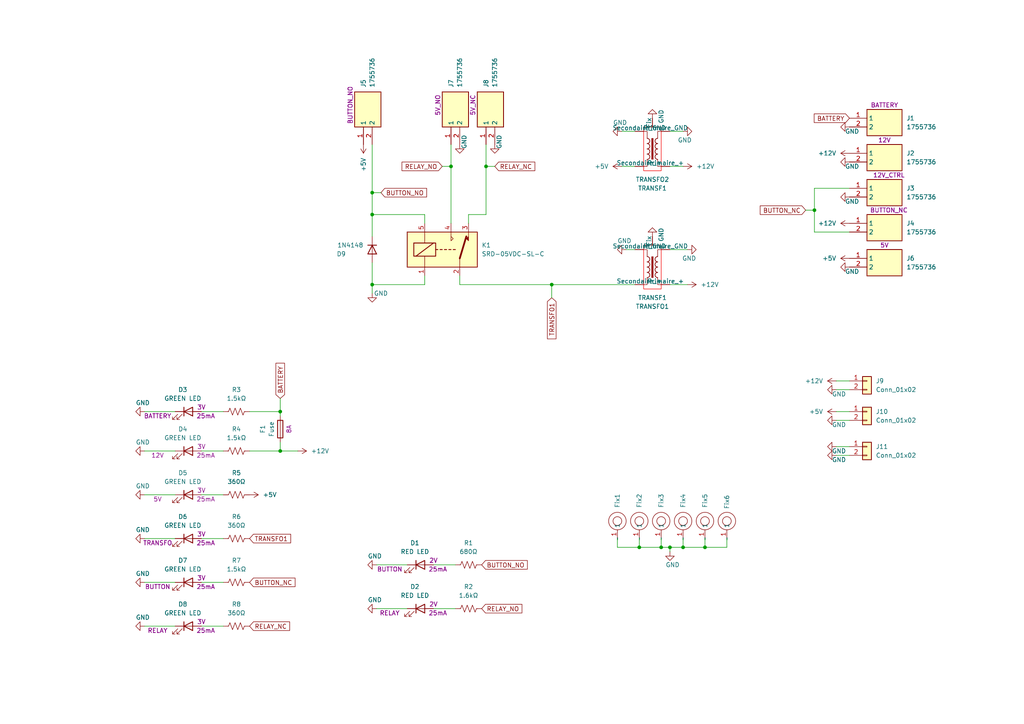
<source format=kicad_sch>
(kicad_sch (version 20230121) (generator eeschema)
  (paper "A4")
  (title_block (title "Carte de puissance") (date "2024-03-18") (rev "1.2") (company "Modelec"))
  (lib_symbols
    (symbol "Connector_Generic:Conn_01x02" (pin_names (offset 1.016) hide)
      (property "Reference" "J" (at 0 2.54 0))
      (property "Value" "Conn_01x02" (at 0 -5.08 0))
      (symbol "Conn_01x02_1_1"
        (rectangle (start -1.27 -2.413) (end 0 -2.667) (stroke (width 0.1524)))
        (rectangle (start -1.27 0.127) (end 0 -0.127) (stroke (width 0.1524)))
        (rectangle (start -1.27 1.27) (end 1.27 -3.81) (stroke (width 0.254)) (fill (type background)))
        (pin passive line (at -5.08 0 0) (length 3.81) (name "Pin_1") (number "1"))
        (pin passive line (at -5.08 -2.54 0) (length 3.81) (name "Pin_2") (number "2"))
      )
    )
    (symbol "Device:Fuse" (pin_numbers hide) (pin_names (offset 0))
      (property "Reference" "F" (at 2.032 0 90))
      (property "Value" "Fuse" (at -1.905 0 90))
      (symbol "Fuse_0_1"
        (rectangle (start -0.762 -2.54) (end 0.762 2.54) (stroke (width 0.254)))
        (polyline (pts (xy 0 2.54) (xy 0 -2.54)))
      )
      (symbol "Fuse_1_1"
        (pin passive line (at 0 3.81 270) (length 1.27) (name "~") (number "1"))
        (pin passive line (at 0 -3.81 90) (length 1.27) (name "~") (number "2"))
      )
    )
    (symbol "Device:LED" (pin_numbers hide) (pin_names (offset 1.016) hide)
      (property "Reference" "D" (at 0 2.54 0))
      (property "Value" "LED" (at 0 -2.54 0))
      (symbol "LED_0_1"
        (polyline (pts (xy -1.27 -1.27) (xy -1.27 1.27)) (stroke (width 0.254)))
        (polyline (pts (xy -1.27 0) (xy 1.27 0)))
        (polyline (pts (xy 1.27 -1.27) (xy 1.27 1.27) (xy -1.27 0) (xy 1.27 -1.27)) (stroke (width 0.254)))
        (polyline (pts (xy -3.048 -0.762) (xy -4.572 -2.286) (xy -3.81 -2.286) (xy -4.572 -2.286) (xy -4.572 -1.524)))
        (polyline (pts (xy -1.778 -0.762) (xy -3.302 -2.286) (xy -2.54 -2.286) (xy -3.302 -2.286) (xy -3.302 -1.524)))
      )
      (symbol "LED_1_1"
        (pin passive line (at -3.81 0 0) (length 2.54) (name "K") (number "1"))
        (pin passive line (at 3.81 0 180) (length 2.54) (name "A") (number "2"))
      )
    )
    (symbol "Device:R_US" (pin_numbers hide) (pin_names (offset 0))
      (property "Reference" "R" (at 2.54 0 90))
      (property "Value" "R_US" (at -2.54 0 90))
      (symbol "R_US_0_1"
        (polyline (pts (xy 0 -2.286) (xy 0 -2.54)))
        (polyline (pts (xy 0 2.286) (xy 0 2.54)))
        (polyline (pts (xy 0 -0.762) (xy 1.016 -1.143) (xy 0 -1.524) (xy -1.016 -1.905) (xy 0 -2.286)))
        (polyline (pts (xy 0 0.762) (xy 1.016 0.381) (xy 0 0) (xy -1.016 -0.381) (xy 0 -0.762)))
        (polyline (pts (xy 0 2.286) (xy 1.016 1.905) (xy 0 1.524) (xy -1.016 1.143) (xy 0 0.762)))
      )
      (symbol "R_US_1_1"
        (pin passive line (at 0 3.81 270) (length 1.27) (name "~") (number "1"))
        (pin passive line (at 0 -3.81 90) (length 1.27) (name "~") (number "2"))
      )
    )
    (symbol "Diode:1N4148" (pin_numbers hide) (pin_names hide)
      (property "Reference" "D" (at 0 2.54 0))
      (property "Value" "1N4148" (at 0 -2.54 0))
      (symbol "1N4148_0_1"
        (polyline (pts (xy -1.27 1.27) (xy -1.27 -1.27)) (stroke (width 0.254)))
        (polyline (pts (xy 1.27 0) (xy -1.27 0)))
        (polyline (pts (xy 1.27 1.27) (xy 1.27 -1.27) (xy -1.27 0) (xy 1.27 1.27)) (stroke (width 0.254)))
      )
      (symbol "1N4148_1_1"
        (pin passive line (at -3.81 0 0) (length 2.54) (name "K") (number "1"))
        (pin passive line (at 3.81 0 180) (length 2.54) (name "A") (number "2"))
      )
    )
    (symbol "New_Library:1755736"
      (property "Reference" "J" (at 16.51 7.62 0))
      (property "Value" "1755736" (at 16.51 5.08 0))
      (symbol "1755736_1_1"
        (rectangle (start 5.08 2.54) (end 15.24 -5.08) (stroke (width 0.254)) (fill (type background)))
        (pin passive line (at 0 0 0) (length 5.08) (name "1") (number "1"))
        (pin passive line (at 0 -2.54 0) (length 5.08) (name "2") (number "2"))
      )
    )
    (symbol "New_Library:FIX3.2P7.5"
      (property "Reference" "Fix" (at 0 -2.54 0))
      (symbol "FIX3.2P7.5_0_1"
        (circle (center 5.08 0) (radius 1.27))
        (circle (center 5.08 0) (radius 2.54))
      )
      (symbol "FIX3.2P7.5_1_1"
        (pin passive line (at 0 0 0) (length 2.54) (name "1") (number "1"))
      )
    )
    (symbol "New_Library:SRD-05VDC-SL-C"
      (property "Reference" "K" (at 11.43 3.81 0))
      (property "Value" "SRD-05VDC-SL-C" (at 11.43 1.27 0))
      (symbol "SRD-05VDC-SL-C_0_1"
        (rectangle (start -8.255 1.905) (end -1.905 -1.905) (stroke (width 0.254)))
        (polyline (pts (xy -7.62 -1.905) (xy -2.54 1.905)) (stroke (width 0.254)))
        (polyline (pts (xy -5.08 -5.08) (xy -5.08 -1.905)))
        (polyline (pts (xy -5.08 5.08) (xy -5.08 1.905)))
        (polyline (pts (xy -1.905 0) (xy -1.27 0)) (stroke (width 0.254)))
        (polyline (pts (xy -0.635 0) (xy 0 0)) (stroke (width 0.254)))
        (polyline (pts (xy 0.635 0) (xy 1.27 0)) (stroke (width 0.254)))
        (polyline (pts (xy 1.905 0) (xy 2.54 0)) (stroke (width 0.254)))
        (polyline (pts (xy 3.175 0) (xy 3.81 0)) (stroke (width 0.254)))
        (polyline (pts (xy 5.08 -2.54) (xy 5.08 -5.08)))
        (polyline (pts (xy 5.08 -2.54) (xy 6.985 3.81)) (stroke (width 0.508)))
      )
      (symbol "SRD-05VDC-SL-C_1_0"
        (polyline (pts (xy 7.62 5.08) (xy 7.62 2.54) (xy 6.985 3.175) (xy 7.62 3.81)) (fill (type outline)))
      )
      (symbol "SRD-05VDC-SL-C_1_1"
        (rectangle (start -10.16 5.08) (end 10.16 -5.08) (stroke (width 0.254)) (fill (type background)))
        (polyline (pts (xy 2.54 5.08) (xy 2.54 2.54) (xy 3.175 3.175) (xy 2.54 3.81)) (fill (type background)))
        (pin passive line (at -5.08 -7.62 90) (length 2.54) (name "~") (number "1"))
        (pin passive line (at 5.08 -7.62 90) (length 2.54) (name "~") (number "2"))
        (pin passive line (at 7.62 7.62 270) (length 2.54) (name "~") (number "3"))
        (pin passive line (at 2.54 7.62 270) (length 2.54) (name "~") (number "4"))
        (pin passive line (at -5.08 7.62 270) (length 2.54) (name "~") (number "5"))
      )
    )
    (symbol "New_Library:TRANSF1" (pin_numbers hide) (pin_names (offset 0))
      (property "Reference" "TRANSFO2" (at 0 11.43 0))
      (property "Value" "TRANSF1" (at 0 8.89 0))
      (symbol "TRANSF1_0_1"
        (arc (start -1.524 -3.048) (mid -0.7653 -2.286) (end -1.524 -1.524) (stroke (width 0.2032)))
        (arc (start -1.524 -1.524) (mid -0.7653 -0.762) (end -1.524 0) (stroke (width 0.2032)))
        (arc (start -1.524 0) (mid -0.7653 0.762) (end -1.524 1.524) (stroke (width 0.2032)))
        (arc (start -1.524 1.524) (mid -0.7653 2.286) (end -1.524 3.048) (stroke (width 0.2032)))
        (rectangle (start -0.254 3.048) (end 0.254 -3.048) (stroke (width 0.0254)) (fill (type outline)))
        (polyline (pts (xy -2.54 5.08) (xy -1.524 5.08) (xy -1.524 3.048) (xy -1.524 3.048)) (stroke (width 0.1524)))
        (polyline (pts (xy -1.524 -3.048) (xy -1.524 -5.08) (xy -2.54 -5.08) (xy -2.54 -5.08)) (stroke (width 0.1524)))
        (polyline (pts (xy 1.524 3.048) (xy 1.524 5.08) (xy 2.54 5.08) (xy 2.54 5.08)) (stroke (width 0.1524)))
        (polyline (pts (xy 2.54 -5.08) (xy 1.524 -5.08) (xy 1.524 -3.048) (xy 1.524 -3.048)) (stroke (width 0.1524)))
        (arc (start 1.524 -1.524) (mid 0.7653 -2.286) (end 1.524 -3.048) (stroke (width 0.2032)))
        (arc (start 1.524 0) (mid 0.7653 -0.762) (end 1.524 -1.524) (stroke (width 0.2032)))
        (arc (start 1.524 1.524) (mid 0.7653 0.762) (end 1.524 0) (stroke (width 0.2032)))
        (arc (start 1.524 3.048) (mid 0.7653 2.286) (end 1.524 1.524) (stroke (width 0.2032)))
      )
      (symbol "TRANSF1_1_1"
        (rectangle (start -2.54 6.35) (end 2.54 -6.35) (stroke (width 0) (color 245 0 0 1)))
        (pin passive line (at -5.08 5.08 0) (length 2.54) (name "Primaire_+") (number "1"))
        (pin passive line (at -5.08 -5.08 0) (length 2.54) (name "Primaire_GND") (number "2"))
        (pin passive line (at 5.08 -5.08 180) (length 2.54) (name "Secondaire_GND") (number "3"))
        (pin passive line (at 5.08 5.08 180) (length 2.54) (name "Secondaire_+") (number "4"))
        (pin passive line (at 0 -8.89 90) (length 2.54) (name "Fix") (number "5"))
      )
    )
    (symbol "TRANSF1_1" (pin_numbers hide) (pin_names (offset 0))
      (property "Reference" "TRANSFO1" (at 0 11.43 0))
      (property "Value" "TRANSF1" (at 0 8.89 0))
      (symbol "TRANSF1_1_0_1"
        (arc (start -1.524 -3.048) (mid -0.7653 -2.286) (end -1.524 -1.524) (stroke (width 0.2032)))
        (arc (start -1.524 -1.524) (mid -0.7653 -0.762) (end -1.524 0) (stroke (width 0.2032)))
        (arc (start -1.524 0) (mid -0.7653 0.762) (end -1.524 1.524) (stroke (width 0.2032)))
        (arc (start -1.524 1.524) (mid -0.7653 2.286) (end -1.524 3.048) (stroke (width 0.2032)))
        (rectangle (start -0.254 3.048) (end 0.254 -3.048) (stroke (width 0.0254)) (fill (type outline)))
        (polyline (pts (xy -2.54 5.08) (xy -1.524 5.08) (xy -1.524 3.048) (xy -1.524 3.048)) (stroke (width 0.1524)))
        (polyline (pts (xy -1.524 -3.048) (xy -1.524 -5.08) (xy -2.54 -5.08) (xy -2.54 -5.08)) (stroke (width 0.1524)))
        (polyline (pts (xy 1.524 3.048) (xy 1.524 5.08) (xy 2.54 5.08) (xy 2.54 5.08)) (stroke (width 0.1524)))
        (polyline (pts (xy 2.54 -5.08) (xy 1.524 -5.08) (xy 1.524 -3.048) (xy 1.524 -3.048)) (stroke (width 0.1524)))
        (arc (start 1.524 -1.524) (mid 0.7653 -2.286) (end 1.524 -3.048) (stroke (width 0.2032)))
        (arc (start 1.524 0) (mid 0.7653 -0.762) (end 1.524 -1.524) (stroke (width 0.2032)))
        (arc (start 1.524 1.524) (mid 0.7653 0.762) (end 1.524 0) (stroke (width 0.2032)))
        (arc (start 1.524 3.048) (mid 0.7653 2.286) (end 1.524 1.524) (stroke (width 0.2032)))
      )
      (symbol "TRANSF1_1_1_1"
        (rectangle (start -2.54 6.35) (end 2.54 -6.35) (stroke (width 0) (color 245 0 0 1)))
        (pin passive line (at -5.08 5.08 0) (length 2.54) (name "Primaire_+") (number "1"))
        (pin passive line (at -5.08 -5.08 0) (length 2.54) (name "Primaire_GND") (number "2"))
        (pin passive line (at 5.08 -5.08 180) (length 2.54) (name "Secondaire_GND") (number "3"))
        (pin passive line (at 5.08 5.08 180) (length 2.54) (name "Secondaire_+") (number "4"))
        (pin passive line (at 0 -8.89 90) (length 2.54) (name "Fix") (number "5"))
      )
    )
    (symbol "power:+12V" (power) (pin_names (offset 0))
      (property "Value" "+12V" (at 0 3.556 0))
      (symbol "+12V_0_1"
        (polyline (pts (xy -0.762 1.27) (xy 0 2.54)))
        (polyline (pts (xy 0 0) (xy 0 2.54)))
        (polyline (pts (xy 0 2.54) (xy 0.762 1.27)))
      )
      (symbol "+12V_1_1"
        (pin power_in line (at 0 0 90) (length 0) hide (name "+12V") (number "1"))
      )
    )
    (symbol "power:+5V" (power) (pin_names (offset 0))
      (property "Value" "+5V" (at 0 3.556 0))
      (symbol "+5V_0_1"
        (polyline (pts (xy -0.762 1.27) (xy 0 2.54)))
        (polyline (pts (xy 0 0) (xy 0 2.54)))
        (polyline (pts (xy 0 2.54) (xy 0.762 1.27)))
      )
      (symbol "+5V_1_1"
        (pin power_in line (at 0 0 90) (length 0) hide (name "+5V") (number "1"))
      )
    )
    (symbol "power:GND" (power) (pin_names (offset 0))
      (property "Value" "GND" (at 0 -3.81 0))
      (symbol "GND_0_1"
        (polyline (pts (xy 0 0) (xy 0 -1.27) (xy 1.27 -1.27) (xy 0 -2.54) (xy -1.27 -1.27) (xy 0 -1.27)))
      )
      (symbol "GND_1_1"
        (pin power_in line (at 0 0 270) (length 0) hide (name "GND") (number "1"))
      )
    )
  )
  (junction (at 81.28 130.81))
  (junction (at 236.22 60.96))
  (junction (at 140.97 48.26))
  (junction (at 107.95 82.55))
  (junction (at 191.77 158.75))
  (junction (at 194.31 158.75))
  (junction (at 198.12 158.75))
  (junction (at 81.28 119.38))
  (junction (at 185.42 158.75))
  (junction (at 160.02 82.55))
  (junction (at 204.47 158.75))
  (junction (at 107.95 55.88))
  (junction (at 130.81 48.26))
  (junction (at 107.95 62.23))
  (wire (pts (xy 160.02 82.55) (xy 160.02 86.36)))
  (wire (pts (xy 140.97 48.26) (xy 143.51 48.26)))
  (wire (pts (xy 109.22 163.83) (xy 118.11 163.83)))
  (wire (pts (xy 81.28 119.38) (xy 81.28 120.65)))
  (wire (pts (xy 160.02 82.55) (xy 133.35 82.55)))
  (wire (pts (xy 107.95 76.2) (xy 107.95 82.55)))
  (wire (pts (xy 125.73 176.53) (xy 132.08 176.53)))
  (wire (pts (xy 58.42 119.38) (xy 64.77 119.38)))
  (wire (pts (xy 125.73 163.83) (xy 132.08 163.83)))
  (wire (pts (xy 72.39 119.38) (xy 81.28 119.38)))
  (wire (pts (xy 204.47 156.21) (xy 204.47 158.75)))
  (wire (pts (xy 246.38 67.31) (xy 236.22 67.31)))
  (wire (pts (xy 135.89 62.23) (xy 140.97 62.23)))
  (wire (pts (xy 41.91 181.61) (xy 50.8 181.61)))
  (wire (pts (xy 58.42 143.51) (xy 64.77 143.51)))
  (wire (pts (xy 242.57 110.49) (xy 246.38 110.49)))
  (wire (pts (xy 81.28 128.27) (xy 81.28 130.81)))
  (wire (pts (xy 242.57 113.03) (xy 246.38 113.03)))
  (wire (pts (xy 81.28 130.81) (xy 86.36 130.81)))
  (wire (pts (xy 109.22 176.53) (xy 118.11 176.53)))
  (wire (pts (xy 41.91 130.81) (xy 50.8 130.81)))
  (wire (pts (xy 180.34 38.1) (xy 184.15 38.1)))
  (wire (pts (xy 204.47 158.75) (xy 198.12 158.75)))
  (wire (pts (xy 180.34 48.26) (xy 184.15 48.26)))
  (wire (pts (xy 236.22 67.31) (xy 236.22 60.96)))
  (wire (pts (xy 41.91 119.38) (xy 50.8 119.38)))
  (wire (pts (xy 41.91 168.91) (xy 50.8 168.91)))
  (wire (pts (xy 107.95 62.23) (xy 123.19 62.23)))
  (wire (pts (xy 72.39 130.81) (xy 81.28 130.81)))
  (wire (pts (xy 194.31 82.55) (xy 199.39 82.55)))
  (wire (pts (xy 123.19 80.01) (xy 123.19 82.55)))
  (wire (pts (xy 58.42 130.81) (xy 64.77 130.81)))
  (wire (pts (xy 179.07 158.75) (xy 185.42 158.75)))
  (wire (pts (xy 130.81 41.91) (xy 130.81 48.26)))
  (wire (pts (xy 191.77 158.75) (xy 194.31 158.75)))
  (wire (pts (xy 58.42 156.21) (xy 64.77 156.21)))
  (wire (pts (xy 242.57 129.54) (xy 246.38 129.54)))
  (wire (pts (xy 191.77 156.21) (xy 191.77 158.75)))
  (wire (pts (xy 198.12 156.21) (xy 198.12 158.75)))
  (wire (pts (xy 242.57 121.92) (xy 246.38 121.92)))
  (wire (pts (xy 210.82 156.21) (xy 210.82 158.75)))
  (wire (pts (xy 140.97 41.91) (xy 140.97 48.26)))
  (wire (pts (xy 140.97 48.26) (xy 140.97 62.23)))
  (wire (pts (xy 128.27 48.26) (xy 130.81 48.26)))
  (wire (pts (xy 198.12 158.75) (xy 194.31 158.75)))
  (wire (pts (xy 185.42 158.75) (xy 191.77 158.75)))
  (wire (pts (xy 233.68 60.96) (xy 236.22 60.96)))
  (wire (pts (xy 194.31 158.75) (xy 194.31 160.02)))
  (wire (pts (xy 185.42 156.21) (xy 185.42 158.75)))
  (wire (pts (xy 181.61 72.39) (xy 184.15 72.39)))
  (wire (pts (xy 194.31 72.39) (xy 199.39 72.39)))
  (wire (pts (xy 242.57 132.08) (xy 246.38 132.08)))
  (wire (pts (xy 242.57 119.38) (xy 246.38 119.38)))
  (wire (pts (xy 135.89 62.23) (xy 135.89 64.77)))
  (wire (pts (xy 123.19 62.23) (xy 123.19 64.77)))
  (wire (pts (xy 81.28 115.57) (xy 81.28 119.38)))
  (wire (pts (xy 133.35 82.55) (xy 133.35 80.01)))
  (wire (pts (xy 210.82 158.75) (xy 204.47 158.75)))
  (wire (pts (xy 107.95 55.88) (xy 107.95 62.23)))
  (wire (pts (xy 236.22 60.96) (xy 236.22 54.61)))
  (wire (pts (xy 130.81 48.26) (xy 130.81 64.77)))
  (wire (pts (xy 58.42 181.61) (xy 64.77 181.61)))
  (wire (pts (xy 107.95 85.09) (xy 107.95 82.55)))
  (wire (pts (xy 41.91 156.21) (xy 50.8 156.21)))
  (wire (pts (xy 194.31 38.1) (xy 198.12 38.1)))
  (wire (pts (xy 160.02 82.55) (xy 184.15 82.55)))
  (wire (pts (xy 41.91 143.51) (xy 50.8 143.51)))
  (wire (pts (xy 110.49 55.88) (xy 107.95 55.88)))
  (wire (pts (xy 107.95 82.55) (xy 123.19 82.55)))
  (wire (pts (xy 236.22 54.61) (xy 246.38 54.61)))
  (wire (pts (xy 107.95 41.91) (xy 107.95 55.88)))
  (wire (pts (xy 194.31 48.26) (xy 198.12 48.26)))
  (wire (pts (xy 179.07 156.21) (xy 179.07 158.75)))
  (wire (pts (xy 58.42 168.91) (xy 64.77 168.91)))
  (wire (pts (xy 107.95 62.23) (xy 107.95 68.58)))
  (global_label "RELAY_NC" (shape input) (at 143.51 48.26 0) (property "Intersheetrefs" "${INTERSHEET_REFS}" (effects hide)))
  (global_label "BATTERY" (shape input) (at 81.28 115.57 90) (property "Intersheetrefs" "${INTERSHEET_REFS}" (effects hide)))
  (global_label "BUTTON_NO" (shape input) (at 139.7 163.83 0) (property "Intersheetrefs" "${INTERSHEET_REFS}" (effects hide)))
  (global_label "RELAY_NO" (shape input) (at 139.7 176.53 0) (property "Intersheetrefs" "${INTERSHEET_REFS}" (effects hide)))
  (global_label "BUTTON_NC" (shape input) (at 233.68 60.96 180) (property "Intersheetrefs" "${INTERSHEET_REFS}" (effects hide)))
  (global_label "RELAY_NO" (shape input) (at 128.27 48.26 180) (property "Intersheetrefs" "${INTERSHEET_REFS}" (effects hide)))
  (global_label "BUTTON_NC" (shape input) (at 72.39 168.91 0) (property "Intersheetrefs" "${INTERSHEET_REFS}" (effects hide)))
  (global_label "TRANSFO1" (shape input) (at 160.02 86.36 270) (property "Intersheetrefs" "${INTERSHEET_REFS}" (effects hide)))
  (global_label "BATTERY" (shape input) (at 246.38 34.29 180) (property "Intersheetrefs" "${INTERSHEET_REFS}" (effects hide)))
  (global_label "TRANSFO1" (shape input) (at 72.39 156.21 0) (property "Intersheetrefs" "${INTERSHEET_REFS}" (effects hide)))
  (global_label "RELAY_NC" (shape input) (at 72.39 181.61 0) (property "Intersheetrefs" "${INTERSHEET_REFS}" (effects hide)))
  (global_label "BUTTON_NO" (shape input) (at 110.49 55.88 0) (property "Intersheetrefs" "${INTERSHEET_REFS}" (effects hide)))
  (symbol (lib_id "power:+12V") (at 246.38 44.45 90) (unit 1)
    (property "Reference" "#PWR021" (effects hide))
    (property "Value" "+12V" (at 242.57 44.45 90) (effects (justify left)))
  )
  (symbol (lib_id "Device:Fuse") (at 81.28 124.46 180) (unit 1)
    (property "Reference" "F1" (at 76.2 124.46 90))
    (property "Value" "Fuse" (at 78.74 124.46 90))
    (property "Footprint" "Library:porte fusible E44" (effects hide))
    (property "Datasheet" "https://www.e44.com/composants/composants-passifs/fusibles-protections/porte-fusibles/porte-fusibles-ci/support-fusible-ci-5-20mm-vertical-SF5CIV.html" (effects hide))
    (property "In" "8A" (at 83.82 124.46 90))
  )
  (symbol (lib_id "power:GND") (at 41.91 168.91 270) (unit 1)
    (property "Reference" "#PWR07" (effects hide))
    (property "Value" "GND" (at 39.37 166.37 90) (effects (justify left)))
  )
  (symbol (lib_id "Device:LED") (at 54.61 119.38 0) (unit 1)
    (property "Reference" "D3" (at 53.0225 113.03 0))
    (property "Value" "GREEN LED" (at 53.0225 115.57 0))
    (property "Footprint" "LED_SMD:LED_1206_3216Metric" (effects hide))
    (property "Datasheet" "https://www.lcsc.com/product-detail/Light-Emitting-Diodes-LED_MEIHUA-MHT150UGCT_C397048.html" (effects hide))
    (property "Vf" "3V" (at 58.42 118.11 0))
    (property "If" "25mA" (at 59.69 120.65 0))
    (property "Name" "BATTERY" (at 45.72 120.65 0))
  )
  (symbol (lib_id "Device:LED") (at 121.92 176.53 0) (unit 1)
    (property "Reference" "D2" (at 120.3325 170.18 0))
    (property "Value" "RED LED" (at 120.3325 172.72 0))
    (property "Footprint" "LED_SMD:LED_1206_3216Metric" (effects hide))
    (property "Datasheet" "https://www.lcsc.com/product-detail/Light-Emitting-Diodes-LED_MEIHUA-MHT150CRCT_C389526.html" (effects hide))
    (property "If" "25mA" (at 127 177.8 0))
    (property "Vf" "2V" (at 125.73 175.26 0))
    (property "Name" "RELAY" (at 113.03 177.8 0))
  )
  (symbol (lib_id "power:GND") (at 246.38 36.83 270) (unit 1)
    (property "Reference" "#PWR017" (effects hide))
    (property "Value" "GND" (at 245.11 38.1 90) (effects (justify left)))
  )
  (symbol (lib_id "power:GND") (at 189.23 34.29 180) (unit 1)
    (property "Reference" "#PWR037" (effects hide))
    (property "Value" "GND" (at 191.77 31.75 90) (effects (justify left)))
  )
  (symbol (lib_id "Connector_Generic:Conn_01x02") (at 251.46 110.49 0) (unit 1)
    (property "Reference" "J9" (at 254 110.49 0) (effects (justify left)))
    (property "Value" "Conn_01x02" (at 254 113.03 0) (effects (justify left)))
    (property "Footprint" "Connector_PinHeader_2.54mm:PinHeader_1x02_P2.54mm_Vertical" (effects hide))
  )
  (symbol (lib_id "Connector_Generic:Conn_01x02") (at 251.46 129.54 0) (unit 1)
    (property "Reference" "J11" (at 254 129.54 0) (effects (justify left)))
    (property "Value" "Conn_01x02" (at 254 132.08 0) (effects (justify left)))
    (property "Footprint" "Connector_PinHeader_2.54mm:PinHeader_1x02_P2.54mm_Vertical" (effects hide))
  )
  (symbol (lib_id "New_Library:1755736") (at 246.38 44.45 0) (unit 1)
    (property "Reference" "J2" (at 262.89 44.45 0) (effects (justify left)))
    (property "Value" "1755736" (at 262.89 46.99 0) (effects (justify left)))
    (property "Footprint" "Library:1755736" (effects hide))
    (property "Datasheet" "http://www.phoenixcontact.com/de/produkte/1755736/pdf" (effects hide))
    (property "Height" "12.15" (effects hide))
    (property "Manufacturer_Name" "Phoenix Contact" (effects hide))
    (property "Manufacturer_Part_Number" "1755736" (effects hide))
    (property "Mouser Part Number" "651-1755736" (effects hide))
    (property "Mouser Price/Stock" "https://www.mouser.co.uk/ProductDetail/Phoenix-Contact/1755736?qs=wd%252Bw3mUqFrlo9zPE3AUt1w%3D%3D" (effects hide))
    (property "Arrow Part Number" "1755736" (effects hide))
    (property "Arrow Price/Stock" "https://www.arrow.com/en/products/1755736/phoenix-contact?region=nac" (effects hide))
    (property "Name" "12V" (at 256.54 40.64 0))
  )
  (symbol (lib_id "power:+12V") (at 242.57 110.49 90) (unit 1)
    (property "Reference" "#PWR035" (effects hide))
    (property "Value" "+12V" (at 238.76 110.49 90) (effects (justify left)))
  )
  (symbol (lib_id "New_Library:1755736") (at 105.41 41.91 90) (unit 1)
    (property "Reference" "J5" (at 105.41 25.4 0) (effects (justify left)))
    (property "Value" "1755736" (at 107.95 25.4 0) (effects (justify left)))
    (property "Footprint" "Library:1755736" (effects hide))
    (property "Datasheet" "http://www.phoenixcontact.com/de/produkte/1755736/pdf" (effects hide))
    (property "Height" "12.15" (effects hide))
    (property "Manufacturer_Name" "Phoenix Contact" (effects hide))
    (property "Manufacturer_Part_Number" "1755736" (effects hide))
    (property "Mouser Part Number" "651-1755736" (effects hide))
    (property "Mouser Price/Stock" "https://www.mouser.co.uk/ProductDetail/Phoenix-Contact/1755736?qs=wd%252Bw3mUqFrlo9zPE3AUt1w%3D%3D" (effects hide))
    (property "Arrow Part Number" "1755736" (effects hide))
    (property "Arrow Price/Stock" "https://www.arrow.com/en/products/1755736/phoenix-contact?region=nac" (effects hide))
    (property "Name" "BUTTON_NO" (at 101.6 30.48 0))
  )
  (symbol (lib_id "power:+5V") (at 105.41 41.91 180) (unit 1)
    (property "Reference" "#PWR026" (effects hide))
    (property "Value" "+5V" (at 105.41 45.72 90) (effects (justify left)))
  )
  (symbol (lib_id "New_Library:FIX3.2P7.5") (at 204.47 156.21 90) (unit 1)
    (property "Reference" "Fix5" (at 204.47 147.32 0) (effects (justify left)))
    (property "Value" "~" (at 204.47 156.21 0))
    (property "Footprint" "Library:FIX3.2P7.5" (effects hide))
  )
  (symbol (lib_id "power:GND") (at 180.34 38.1 270) (unit 1)
    (property "Reference" "#PWR015" (effects hide))
    (property "Value" "GND" (at 177.8 35.56 90) (effects (justify left)))
  )
  (symbol (lib_id "Device:R_US") (at 68.58 181.61 90) (unit 1)
    (property "Reference" "R8" (at 68.58 175.26 90))
    (property "Value" "360Ω" (at 68.58 177.8 90))
    (property "Footprint" "Resistor_SMD:R_0805_2012Metric" (effects hide))
    (property "Datasheet" "https://www.e44.com/composants/composants-passifs/resistances/resistances-cms/resistance-cms-0805-150-ohms-0.125w-150v-5-CMS805-150R.html" (effects hide))
  )
  (symbol (lib_id "power:GND") (at 181.61 72.39 270) (unit 1)
    (property "Reference" "#PWR014" (effects hide))
    (property "Value" "GND" (at 179.07 69.85 90) (effects (justify left)))
  )
  (symbol (lib_id "power:GND") (at 109.22 176.53 270) (unit 1)
    (property "Reference" "#PWR02" (effects hide))
    (property "Value" "GND" (at 106.68 173.99 90) (effects (justify left)))
  )
  (symbol (lib_id "power:GND") (at 198.12 38.1 90) (unit 1)
    (property "Reference" "#PWR012" (effects hide))
    (property "Value" "GND" (at 200.66 40.64 90) (effects (justify left)))
  )
  (symbol (lib_id "Diode:1N4148") (at 107.95 72.39 270) (unit 1)
    (property "Reference" "D9" (at 100.33 73.66 90) (effects (justify right)))
    (property "Value" "1N4148" (at 105.41 71.12 90) (effects (justify right)))
    (property "Footprint" "Diode_THT:D_DO-35_SOD27_P7.62mm_Horizontal" (effects hide))
    (property "Datasheet" "https://assets.nexperia.com/documents/data-sheet/1N4148_1N4448.pdf" (effects hide))
    (property "Sim.Device" "D" (effects hide))
    (property "Sim.Pins" "1=K 2=A" (effects hide))
  )
  (symbol (lib_id "New_Library:FIX3.2P7.5") (at 179.07 156.21 90) (unit 1)
    (property "Reference" "Fix1" (at 179.07 147.32 0) (effects (justify left)))
    (property "Value" "~" (at 179.07 156.21 0))
    (property "Footprint" "Library:FIX3.2P7.5" (effects hide))
  )
  (symbol (lib_id "New_Library:1755736") (at 246.38 34.29 0) (unit 1)
    (property "Reference" "J1" (at 262.89 34.29 0) (effects (justify left)))
    (property "Value" "1755736" (at 262.89 36.83 0) (effects (justify left)))
    (property "Footprint" "Library:1755736" (effects hide))
    (property "Datasheet" "http://www.phoenixcontact.com/de/produkte/1755736/pdf" (effects hide))
    (property "Height" "12.15" (effects hide))
    (property "Manufacturer_Name" "Phoenix Contact" (effects hide))
    (property "Manufacturer_Part_Number" "1755736" (effects hide))
    (property "Mouser Part Number" "651-1755736" (effects hide))
    (property "Mouser Price/Stock" "https://www.mouser.co.uk/ProductDetail/Phoenix-Contact/1755736?qs=wd%252Bw3mUqFrlo9zPE3AUt1w%3D%3D" (effects hide))
    (property "Arrow Part Number" "1755736" (effects hide))
    (property "Arrow Price/Stock" "https://www.arrow.com/en/products/1755736/phoenix-contact?region=nac" (effects hide))
    (property "Name" "BATTERY" (at 256.54 30.48 0))
  )
  (symbol (lib_id "Device:R_US") (at 135.89 163.83 90) (unit 1)
    (property "Reference" "R1" (at 135.89 157.48 90))
    (property "Value" "680Ω" (at 135.89 160.02 90))
    (property "Footprint" "Resistor_SMD:R_0805_2012Metric" (effects hide))
    (property "Datasheet" "https://www.e44.com/composants/composants-passifs/resistances/resistances-cms/resistance-cms-0805-680-ohms-0.125w-150v-5-CMS805-680R.html" (effects hide))
  )
  (symbol (lib_id "power:GND") (at 41.91 181.61 270) (unit 1)
    (property "Reference" "#PWR08" (effects hide))
    (property "Value" "GND" (at 39.37 179.07 90) (effects (justify left)))
  )
  (symbol (lib_name "TRANSF1_1") (lib_id "New_Library:TRANSF1") (at 189.23 77.47 180) (unit 1)
    (property "Reference" "TRANSFO1" (at 189.23 88.9 0))
    (property "Value" "TRANSF1" (at 189.23 86.36 0))
    (property "Footprint" "Library:transfo" (effects hide))
    (property "Datasheet" "https://www.amazon.fr/Supernight-Convertisseurs-Transformer-Adjustable-Electricity/dp/B079N8HCHB/ref=sr_1_5" (effects hide))
  )
  (symbol (lib_id "power:+5V") (at 242.57 119.38 90) (unit 1)
    (property "Reference" "#PWR033" (effects hide))
    (property "Value" "+5V" (at 238.76 119.38 90) (effects (justify left)))
  )
  (symbol (lib_id "Device:R_US") (at 68.58 168.91 90) (unit 1)
    (property "Reference" "R7" (at 68.58 162.56 90))
    (property "Value" "1.5kΩ" (at 68.58 165.1 90))
    (property "Footprint" "Resistor_SMD:R_0805_2012Metric" (effects hide))
    (property "Datasheet" "https://www.e44.com/composants/composants-passifs/resistances/resistances-cms/resistance-cms-0805-680-ohms-0.125w-150v-5-CMS805-680R.html" (effects hide))
  )
  (symbol (lib_id "New_Library:FIX3.2P7.5") (at 185.42 156.21 90) (unit 1)
    (property "Reference" "Fix2" (at 185.42 147.32 0) (effects (justify left)))
    (property "Value" "~" (at 185.42 156.21 0))
    (property "Footprint" "Library:FIX3.2P7.5" (effects hide))
  )
  (symbol (lib_id "Device:LED") (at 54.61 168.91 0) (unit 1)
    (property "Reference" "D7" (at 53.0225 162.56 0))
    (property "Value" "GREEN LED" (at 53.0225 165.1 0))
    (property "Footprint" "LED_SMD:LED_1206_3216Metric" (effects hide))
    (property "Datasheet" "https://www.lcsc.com/product-detail/Light-Emitting-Diodes-LED_MEIHUA-MHT150UGCT_C397048.html" (effects hide))
    (property "Vf" "3V" (at 58.42 167.64 0))
    (property "If" "25mA" (at 59.69 170.18 0))
    (property "Name" "BUTTON" (at 45.72 170.18 0))
  )
  (symbol (lib_id "Device:LED") (at 54.61 181.61 0) (unit 1)
    (property "Reference" "D8" (at 53.0225 175.26 0))
    (property "Value" "GREEN LED" (at 53.0225 177.8 0))
    (property "Footprint" "LED_SMD:LED_1206_3216Metric" (effects hide))
    (property "Datasheet" "https://www.lcsc.com/product-detail/Light-Emitting-Diodes-LED_MEIHUA-MHT150UGCT_C397048.html" (effects hide))
    (property "Vf" "3V" (at 58.42 180.34 0))
    (property "If" "25mA" (at 59.69 182.88 0))
    (property "Name" "RELAY" (at 45.72 182.88 0))
  )
  (symbol (lib_id "Device:LED") (at 54.61 156.21 0) (unit 1)
    (property "Reference" "D6" (at 53.0225 149.86 0))
    (property "Value" "GREEN LED" (at 53.0225 152.4 0))
    (property "Footprint" "LED_SMD:LED_1206_3216Metric" (effects hide))
    (property "Datasheet" "https://www.lcsc.com/product-detail/Light-Emitting-Diodes-LED_MEIHUA-MHT150UGCT_C397048.html" (effects hide))
    (property "Vf" "3V" (at 58.42 154.94 0))
    (property "If" "25mA" (at 59.69 157.48 0))
    (property "Name" "TRANSFO" (at 45.72 157.48 0))
  )
  (symbol (lib_id "New_Library:1755736") (at 246.38 54.61 0) (unit 1)
    (property "Reference" "J3" (at 262.89 54.61 0) (effects (justify left)))
    (property "Value" "1755736" (at 262.89 57.15 0) (effects (justify left)))
    (property "Footprint" "Library:1755736" (effects hide))
    (property "Datasheet" "http://www.phoenixcontact.com/de/produkte/1755736/pdf" (effects hide))
    (property "Height" "12.15" (effects hide))
    (property "Manufacturer_Name" "Phoenix Contact" (effects hide))
    (property "Manufacturer_Part_Number" "1755736" (effects hide))
    (property "Mouser Part Number" "651-1755736" (effects hide))
    (property "Mouser Price/Stock" "https://www.mouser.co.uk/ProductDetail/Phoenix-Contact/1755736?qs=wd%252Bw3mUqFrlo9zPE3AUt1w%3D%3D" (effects hide))
    (property "Arrow Part Number" "1755736" (effects hide))
    (property "Arrow Price/Stock" "https://www.arrow.com/en/products/1755736/phoenix-contact?region=nac" (effects hide))
    (property "Name" "12V_CTRL" (at 257.81 50.8 0))
  )
  (symbol (lib_id "power:GND") (at 189.23 68.58 180) (unit 1)
    (property "Reference" "#PWR038" (effects hide))
    (property "Value" "GND" (at 191.77 66.04 90) (effects (justify left)))
  )
  (symbol (lib_id "power:GND") (at 107.95 85.09 0) (unit 1)
    (property "Reference" "#PWR011" (effects hide))
    (property "Value" "GND" (at 110.49 85.09 0))
  )
  (symbol (lib_id "power:GND") (at 242.57 132.08 270) (unit 1)
    (property "Reference" "#PWR030" (effects hide))
    (property "Value" "GND" (at 241.3 133.35 90) (effects (justify left)))
  )
  (symbol (lib_id "power:GND") (at 194.31 160.02 0) (unit 1)
    (property "Reference" "#PWR036" (effects hide))
    (property "Value" "GND" (at 193.04 163.83 0) (effects (justify left)))
  )
  (symbol (lib_id "Device:R_US") (at 68.58 119.38 90) (unit 1)
    (property "Reference" "R3" (at 68.58 113.03 90))
    (property "Value" "1.5kΩ" (at 68.58 115.57 90))
    (property "Footprint" "Resistor_SMD:R_0805_2012Metric" (effects hide))
    (property "Datasheet" "https://www.e44.com/composants/composants-passifs/resistances/resistances-cms/resistance-cms-0805-680-ohms-0.125w-150v-5-CMS805-680R.html" (effects hide))
  )
  (symbol (lib_id "Connector_Generic:Conn_01x02") (at 251.46 119.38 0) (unit 1)
    (property "Reference" "J10" (at 254 119.38 0) (effects (justify left)))
    (property "Value" "Conn_01x02" (at 254 121.92 0) (effects (justify left)))
    (property "Footprint" "Connector_PinHeader_2.54mm:PinHeader_1x02_P2.54mm_Vertical" (effects hide))
  )
  (symbol (lib_id "Device:LED") (at 54.61 130.81 0) (unit 1)
    (property "Reference" "D4" (at 53.0225 124.46 0))
    (property "Value" "GREEN LED" (at 53.0225 127 0))
    (property "Footprint" "LED_SMD:LED_1206_3216Metric" (effects hide))
    (property "Datasheet" "https://www.lcsc.com/product-detail/Light-Emitting-Diodes-LED_MEIHUA-MHT150UGCT_C397048.html" (effects hide))
    (property "Vf" "3V" (at 58.42 129.54 0))
    (property "If" "25mA" (at 59.69 132.08 0))
    (property "Name" "12V" (at 45.72 132.08 0))
  )
  (symbol (lib_id "New_Library:FIX3.2P7.5") (at 198.12 156.21 90) (unit 1)
    (property "Reference" "Fix4" (at 198.12 147.32 0) (effects (justify left)))
    (property "Value" "~" (at 198.12 156.21 0))
    (property "Footprint" "Library:FIX3.2P7.5" (effects hide))
  )
  (symbol (lib_id "power:+12V") (at 86.36 130.81 270) (unit 1)
    (property "Reference" "#PWR010" (effects hide))
    (property "Value" "+12V" (at 90.17 130.81 90) (effects (justify left)))
  )
  (symbol (lib_id "Device:R_US") (at 135.89 176.53 90) (unit 1)
    (property "Reference" "R2" (at 135.89 170.18 90))
    (property "Value" "1.6kΩ" (at 135.89 172.72 90))
    (property "Footprint" "Resistor_SMD:R_0805_2012Metric" (effects hide))
    (property "Datasheet" "https://www.e44.com/composants/composants-passifs/resistances/resistances-cms/resistance-cms-0805-220-ohms-0.125w-150v-5-CMS805-220R.html" (effects hide))
  )
  (symbol (lib_id "Device:LED") (at 54.61 143.51 0) (unit 1)
    (property "Reference" "D5" (at 53.0225 137.16 0))
    (property "Value" "GREEN LED" (at 53.0225 139.7 0))
    (property "Footprint" "LED_SMD:LED_1206_3216Metric" (effects hide))
    (property "Datasheet" "https://www.lcsc.com/product-detail/Light-Emitting-Diodes-LED_MEIHUA-MHT150UGCT_C397048.html" (effects hide))
    (property "Vf" "3V" (at 58.42 142.24 0))
    (property "If" "25mA" (at 59.69 144.78 0))
    (property "Name" "5V" (at 45.72 144.78 0))
  )
  (symbol (lib_id "power:GND") (at 199.39 72.39 90) (unit 1)
    (property "Reference" "#PWR013" (effects hide))
    (property "Value" "GND" (at 201.93 74.93 90) (effects (justify left)))
  )
  (symbol (lib_id "power:GND") (at 246.38 57.15 270) (unit 1)
    (property "Reference" "#PWR019" (effects hide))
    (property "Value" "GND" (at 245.11 58.42 90) (effects (justify left)))
  )
  (symbol (lib_id "power:GND") (at 242.57 121.92 270) (unit 1)
    (property "Reference" "#PWR031" (effects hide))
    (property "Value" "GND" (at 241.3 123.19 90) (effects (justify left)))
  )
  (symbol (lib_id "New_Library:TRANSF1") (at 189.23 43.18 180) (unit 1)
    (property "Reference" "TRANSFO2" (at 189.23 52.07 0))
    (property "Value" "TRANSF1" (at 189.23 54.61 0))
    (property "Footprint" "Library:transfo" (effects hide))
    (property "Datasheet" "https://www.amazon.fr/Supernight-Convertisseurs-Transformer-Adjustable-Electricity/dp/B079N8HCHB/ref=sr_1_5" (effects hide))
  )
  (symbol (lib_id "New_Library:1755736") (at 246.38 74.93 0) (unit 1)
    (property "Reference" "J6" (at 262.89 74.93 0) (effects (justify left)))
    (property "Value" "1755736" (at 262.89 77.47 0) (effects (justify left)))
    (property "Footprint" "Library:1755736" (effects hide))
    (property "Datasheet" "http://www.phoenixcontact.com/de/produkte/1755736/pdf" (effects hide))
    (property "Height" "12.15" (effects hide))
    (property "Manufacturer_Name" "Phoenix Contact" (effects hide))
    (property "Manufacturer_Part_Number" "1755736" (effects hide))
    (property "Mouser Part Number" "651-1755736" (effects hide))
    (property "Mouser Price/Stock" "https://www.mouser.co.uk/ProductDetail/Phoenix-Contact/1755736?qs=wd%252Bw3mUqFrlo9zPE3AUt1w%3D%3D" (effects hide))
    (property "Arrow Part Number" "1755736" (effects hide))
    (property "Arrow Price/Stock" "https://www.arrow.com/en/products/1755736/phoenix-contact?region=nac" (effects hide))
    (property "Name" "5V" (at 256.54 71.12 0))
  )
  (symbol (lib_id "New_Library:1755736") (at 246.38 64.77 0) (unit 1)
    (property "Reference" "J4" (at 262.89 64.77 0) (effects (justify left)))
    (property "Value" "1755736" (at 262.89 67.31 0) (effects (justify left)))
    (property "Footprint" "Library:1755736" (effects hide))
    (property "Datasheet" "http://www.phoenixcontact.com/de/produkte/1755736/pdf" (effects hide))
    (property "Height" "12.15" (effects hide))
    (property "Manufacturer_Name" "Phoenix Contact" (effects hide))
    (property "Manufacturer_Part_Number" "1755736" (effects hide))
    (property "Mouser Part Number" "651-1755736" (effects hide))
    (property "Mouser Price/Stock" "https://www.mouser.co.uk/ProductDetail/Phoenix-Contact/1755736?qs=wd%252Bw3mUqFrlo9zPE3AUt1w%3D%3D" (effects hide))
    (property "Arrow Part Number" "1755736" (effects hide))
    (property "Arrow Price/Stock" "https://www.arrow.com/en/products/1755736/phoenix-contact?region=nac" (effects hide))
    (property "Name" "BUTTON_NC" (at 257.81 60.96 0))
  )
  (symbol (lib_id "power:GND") (at 143.51 41.91 0) (unit 1)
    (property "Reference" "#PWR027" (effects hide))
    (property "Value" "GND" (at 144.78 43.18 90) (effects (justify left)))
  )
  (symbol (lib_id "New_Library:SRD-05VDC-SL-C") (at 128.27 72.39 0) (unit 1)
    (property "Reference" "K1" (at 139.7 71.12 0) (effects (justify left)))
    (property "Value" "SRD-05VDC-SL-C" (at 139.7 73.66 0) (effects (justify left)))
    (property "Footprint" "Library:SRD-05VDC-SL-C" (effects hide))
    (property "Datasheet" "http://www.songlerelay.com/Product_show_id_212.htm" (effects hide))
  )
  (symbol (lib_id "power:GND") (at 41.91 156.21 270) (unit 1)
    (property "Reference" "#PWR06" (effects hide))
    (property "Value" "GND" (at 39.37 153.67 90) (effects (justify left)))
  )
  (symbol (lib_id "Device:LED") (at 121.92 163.83 0) (unit 1)
    (property "Reference" "D1" (at 120.3325 157.48 0))
    (property "Value" "RED LED" (at 120.3325 160.02 0))
    (property "Footprint" "LED_SMD:LED_1206_3216Metric" (effects hide))
    (property "Datasheet" "https://www.lcsc.com/product-detail/Light-Emitting-Diodes-LED_MEIHUA-MHT150CRCT_C389526.html" (effects hide))
    (property "If" "25mA" (at 127 165.1 0))
    (property "Vf" "2V" (at 125.73 162.56 0))
    (property "Name" "BUTTON" (at 113.03 165.1 0))
  )
  (symbol (lib_id "power:+5V") (at 180.34 48.26 90) (unit 1)
    (property "Reference" "#PWR025" (effects hide))
    (property "Value" "+5V" (at 176.53 48.26 90) (effects (justify left)))
  )
  (symbol (lib_id "New_Library:1755736") (at 140.97 41.91 90) (unit 1)
    (property "Reference" "J8" (at 140.97 25.4 0) (effects (justify left)))
    (property "Value" "1755736" (at 143.51 25.4 0) (effects (justify left)))
    (property "Footprint" "Library:1755736" (effects hide))
    (property "Datasheet" "http://www.phoenixcontact.com/de/produkte/1755736/pdf" (effects hide))
    (property "Height" "12.15" (effects hide))
    (property "Manufacturer_Name" "Phoenix Contact" (effects hide))
    (property "Manufacturer_Part_Number" "1755736" (effects hide))
    (property "Mouser Part Number" "651-1755736" (effects hide))
    (property "Mouser Price/Stock" "https://www.mouser.co.uk/ProductDetail/Phoenix-Contact/1755736?qs=wd%252Bw3mUqFrlo9zPE3AUt1w%3D%3D" (effects hide))
    (property "Arrow Part Number" "1755736" (effects hide))
    (property "Arrow Price/Stock" "https://www.arrow.com/en/products/1755736/phoenix-contact?region=nac" (effects hide))
    (property "Name" "5V_NC" (at 137.16 30.48 0))
  )
  (symbol (lib_id "power:GND") (at 41.91 119.38 270) (unit 1)
    (property "Reference" "#PWR03" (effects hide))
    (property "Value" "GND" (at 39.37 116.84 90) (effects (justify left)))
  )
  (symbol (lib_id "power:GND") (at 133.35 41.91 0) (unit 1)
    (property "Reference" "#PWR023" (effects hide))
    (property "Value" "GND" (at 134.62 43.18 90) (effects (justify left)))
  )
  (symbol (lib_id "power:GND") (at 246.38 77.47 270) (unit 1)
    (property "Reference" "#PWR022" (effects hide))
    (property "Value" "GND" (at 245.11 78.74 90) (effects (justify left)))
  )
  (symbol (lib_id "Device:R_US") (at 68.58 130.81 90) (unit 1)
    (property "Reference" "R4" (at 68.58 124.46 90))
    (property "Value" "1.5kΩ" (at 68.58 127 90))
    (property "Footprint" "Resistor_SMD:R_0805_2012Metric" (effects hide))
    (property "Datasheet" "https://www.e44.com/composants/composants-passifs/resistances/resistances-cms/resistance-cms-0805-680-ohms-0.125w-150v-5-CMS805-680R.html" (effects hide))
  )
  (symbol (lib_id "Device:R_US") (at 68.58 143.51 90) (unit 1)
    (property "Reference" "R5" (at 68.58 137.16 90))
    (property "Value" "360Ω" (at 68.58 139.7 90))
    (property "Footprint" "Resistor_SMD:R_0805_2012Metric" (effects hide))
    (property "Datasheet" "https://www.e44.com/composants/composants-passifs/resistances/resistances-cms/resistance-cms-0805-150-ohms-0.125w-150v-5-CMS805-150R.html" (effects hide))
  )
  (symbol (lib_id "power:GND") (at 242.57 129.54 270) (unit 1)
    (property "Reference" "#PWR034" (effects hide))
    (property "Value" "GND" (at 241.3 130.81 90) (effects (justify left)))
  )
  (symbol (lib_id "power:GND") (at 242.57 113.03 270) (unit 1)
    (property "Reference" "#PWR032" (effects hide))
    (property "Value" "GND" (at 241.3 114.3 90) (effects (justify left)))
  )
  (symbol (lib_id "power:GND") (at 41.91 130.81 270) (unit 1)
    (property "Reference" "#PWR04" (effects hide))
    (property "Value" "GND" (at 39.37 128.27 90) (effects (justify left)))
  )
  (symbol (lib_id "power:GND") (at 109.22 163.83 270) (unit 1)
    (property "Reference" "#PWR01" (effects hide))
    (property "Value" "GND" (at 106.68 161.29 90) (effects (justify left)))
  )
  (symbol (lib_id "Device:R_US") (at 68.58 156.21 90) (unit 1)
    (property "Reference" "R6" (at 68.58 149.86 90))
    (property "Value" "360Ω" (at 68.58 152.4 90))
    (property "Footprint" "Resistor_SMD:R_0805_2012Metric" (effects hide))
    (property "Datasheet" "https://www.e44.com/composants/composants-passifs/resistances/resistances-cms/resistance-cms-0805-150-ohms-0.125w-150v-5-CMS805-150R.html" (effects hide))
  )
  (symbol (lib_id "power:GND") (at 41.91 143.51 270) (unit 1)
    (property "Reference" "#PWR05" (effects hide))
    (property "Value" "GND" (at 39.37 140.97 90) (effects (justify left)))
  )
  (symbol (lib_id "power:+12V") (at 199.39 82.55 270) (unit 1)
    (property "Reference" "#PWR029" (effects hide))
    (property "Value" "+12V" (at 203.2 82.55 90) (effects (justify left)))
  )
  (symbol (lib_id "power:+12V") (at 198.12 48.26 270) (unit 1)
    (property "Reference" "#PWR016" (effects hide))
    (property "Value" "+12V" (at 201.93 48.26 90) (effects (justify left)))
  )
  (symbol (lib_id "power:+5V") (at 72.39 143.51 270) (unit 1)
    (property "Reference" "#PWR09" (effects hide))
    (property "Value" "+5V" (at 76.2 143.51 90) (effects (justify left)))
  )
  (symbol (lib_id "New_Library:FIX3.2P7.5") (at 191.77 156.21 90) (unit 1)
    (property "Reference" "Fix3" (at 191.77 147.32 0) (effects (justify left)))
    (property "Value" "~" (at 191.77 156.21 0))
    (property "Footprint" "Library:FIX3.2P7.5" (effects hide))
  )
  (symbol (lib_id "power:+12V") (at 246.38 64.77 90) (unit 1)
    (property "Reference" "#PWR020" (effects hide))
    (property "Value" "+12V" (at 242.57 64.77 90) (effects (justify left)))
  )
  (symbol (lib_id "New_Library:FIX3.2P7.5") (at 210.82 156.21 90) (unit 1)
    (property "Reference" "Fix6" (at 210.82 143.51 0) (effects (justify right)))
    (property "Value" "~" (at 210.82 156.21 0))
    (property "Footprint" "Library:FIX3.2P7.5" (effects hide))
  )
  (symbol (lib_id "New_Library:1755736") (at 130.81 41.91 90) (unit 1)
    (property "Reference" "J7" (at 130.81 25.4 0) (effects (justify left)))
    (property "Value" "1755736" (at 133.35 25.4 0) (effects (justify left)))
    (property "Footprint" "Library:1755736" (effects hide))
    (property "Datasheet" "http://www.phoenixcontact.com/de/produkte/1755736/pdf" (effects hide))
    (property "Height" "12.15" (effects hide))
    (property "Manufacturer_Name" "Phoenix Contact" (effects hide))
    (property "Manufacturer_Part_Number" "1755736" (effects hide))
    (property "Mouser Part Number" "651-1755736" (effects hide))
    (property "Mouser Price/Stock" "https://www.mouser.co.uk/ProductDetail/Phoenix-Contact/1755736?qs=wd%252Bw3mUqFrlo9zPE3AUt1w%3D%3D" (effects hide))
    (property "Arrow Part Number" "1755736" (effects hide))
    (property "Arrow Price/Stock" "https://www.arrow.com/en/products/1755736/phoenix-contact?region=nac" (effects hide))
    (property "Name" "5V_NO" (at 127 30.48 0))
  )
  (symbol (lib_id "power:GND") (at 246.38 46.99 270) (unit 1)
    (property "Reference" "#PWR018" (effects hide))
    (property "Value" "GND" (at 245.11 48.26 90) (effects (justify left)))
  )
  (symbol (lib_id "power:+5V") (at 246.38 74.93 90) (unit 1)
    (property "Reference" "#PWR024" (effects hide))
    (property "Value" "+5V" (at 242.57 74.93 90) (effects (justify left)))
  )
)
</source>
